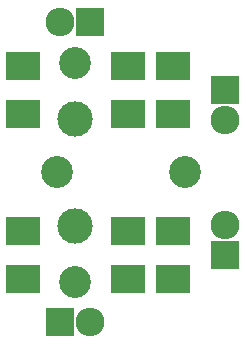
<source format=gbs>
%TF.GenerationSoftware,KiCad,Pcbnew,4.1.0-alpha+201609021633+7109~49~ubuntu16.04.1-product*%
%TF.CreationDate,2016-09-14T14:37:25+05:30*%
%TF.ProjectId,OTS2_encB,4F5453325F656E63422E6B696361645F,rev?*%
%TF.FileFunction,Soldermask,Bot*%
%FSLAX46Y46*%
G04 Gerber Fmt 4.6, Leading zero omitted, Abs format (unit mm)*
G04 Created by KiCad (PCBNEW 4.1.0-alpha+201609021633+7109~49~ubuntu16.04.1-product) date Wed Sep 14 14:37:25 2016*
%MOMM*%
%LPD*%
G01*
G04 APERTURE LIST*
%ADD10C,0.101600*%
%ADD11C,2.700000*%
%ADD12C,3.000000*%
%ADD13R,2.432000X2.432000*%
%ADD14O,2.432000X2.432000*%
%ADD15R,2.900000X2.400000*%
G04 APERTURE END LIST*
D10*
D11*
X140035000Y-91440000D03*
D12*
X141605000Y-95940000D03*
D11*
X141605000Y-100700000D03*
D12*
X141605000Y-86940000D03*
D11*
X141605000Y-82180000D03*
X150865000Y-91440000D03*
D13*
X154305000Y-98425000D03*
D14*
X154305000Y-95885000D03*
D15*
X149860000Y-100425000D03*
X149860000Y-96425000D03*
X146050000Y-100425000D03*
X146050000Y-96425000D03*
X149860000Y-86455000D03*
X149860000Y-82455000D03*
X137160000Y-100425000D03*
X137160000Y-96425000D03*
X137160000Y-86455000D03*
X137160000Y-82455000D03*
X146050000Y-86455000D03*
X146050000Y-82455000D03*
D13*
X154305000Y-84455000D03*
D14*
X154305000Y-86995000D03*
D13*
X140335000Y-104140000D03*
D14*
X142875000Y-104140000D03*
D13*
X142875000Y-78740000D03*
D14*
X140335000Y-78740000D03*
M02*

</source>
